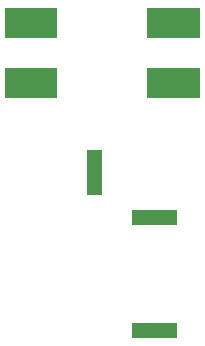
<source format=gbr>
G04 start of page 9 for group -4015 idx -4015 *
G04 Title: (unknown), toppaste *
G04 Creator: pcb 4.2.2 *
G04 CreationDate: Wed Nov 22 19:00:24 2023 UTC *
G04 For: thomasc *
G04 Format: Gerber/RS-274X *
G04 PCB-Dimensions (mil): 1000.00 1500.00 *
G04 PCB-Coordinate-Origin: lower left *
%MOIN*%
%FSLAX25Y25*%
%LNTOPPASTE*%
%ADD24C,0.0001*%
G54D24*G36*
X60000Y10000D02*Y5000D01*
X75000D01*
Y10000D01*
X60000D01*
G37*
G36*
Y47500D02*Y42500D01*
X75000D01*
Y47500D01*
X60000D01*
G37*
G36*
X50000Y67500D02*X45000D01*
Y52500D01*
X50000D01*
Y67500D01*
G37*
G36*
X17500Y115000D02*Y105000D01*
X35000D01*
Y115000D01*
X17500D01*
G37*
G36*
Y95000D02*Y85000D01*
X35000D01*
Y95000D01*
X17500D01*
G37*
G36*
X65000D02*Y85000D01*
X82500D01*
Y95000D01*
X65000D01*
G37*
G36*
Y115000D02*Y105000D01*
X82500D01*
Y115000D01*
X65000D01*
G37*
M02*

</source>
